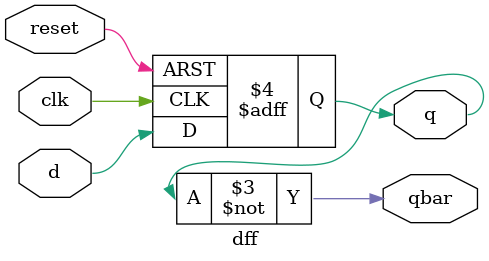
<source format=v>
`timescale 1ns / 1ps


module dff(
    input clk, reset, d,
    output reg q,
    output qbar
    );
    
    always @ (posedge clk or negedge reset) begin
        if (!reset) q <= 1'b0;
        else q <= d;
    end
    
    assign qbar = ~q;
    
endmodule

</source>
